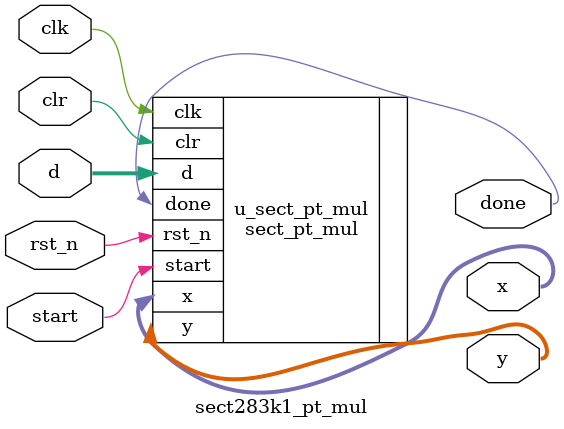
<source format=v>


module sect283k1_pt_mul (
    // System signals
    input clk,                      // system clock
    input rst_n,                    // system asynchronous reset, active low
    input clr,                      // synchronous clear

    // Data interface
    input start,                    // computation start
    input [282:0] d,                // input scalar
    output done,                    // computation done
    output [282:0] x,               // output x coordinate of d*G
    output [282:0] y                // output y coordinate of d*G
);

// Local parameters
localparam M = 283;                 // degree of f(x)
localparam FX = 283'h10a1;          // binary representation of f(x)
localparam B = 283'h1;              // coefficient b of E
localparam XG = 283'h503213f78ca44883f1a3b8162f188e553cd265f23c1567a16876913b0c2ac2458492836;       // x coordinate of G
localparam YG = 283'h1ccda380f1c9e318d90f95d07e5426fe87e45c0e8184698e45962364e34116177dd2259;       // y coordinate of G
localparam XG_SQR = 283'h23e5da79acfd5221dd36ca7c69942ffb878734e2caa6d3e3adc35bdb579e53dc448471e;   // squaring of x coordinate of G
localparam XG_INV = 283'h86d01d939cd7605f2b3d5ad73a0fd125ea2704121c958e7a820f5fe6e8962aea314d79;    // inversion of x coordinate of G
localparam NUM_CYCLE_MUL = 4;       // number of computation cycles minus 1 in f2m_mul module (= NUM_SEG)


// Instance
sect_pt_mul #(
    .M              (M),
    .FX             (FX),
    .B              (B),
    .XG             (XG),
    .YG             (YG),
    .XG_SQR         (XG_SQR),
    .XG_INV         (XG_INV),
    .NUM_CYCLE_MUL  (NUM_CYCLE_MUL)
) u_sect_pt_mul (
    .clk            (clk),
    .rst_n          (rst_n),
    .clr            (clr),
    .start          (start),
    .d              (d),
    .done           (done),
    .x              (x),
    .y              (y)
);


endmodule

</source>
